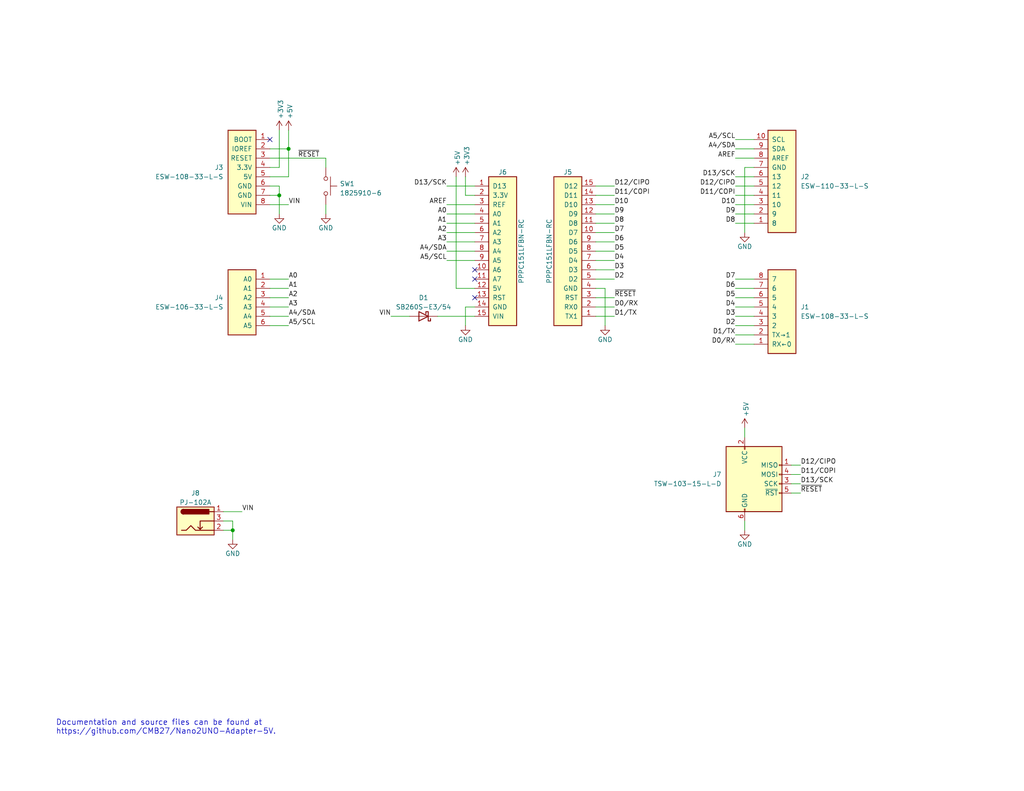
<source format=kicad_sch>
(kicad_sch (version 20230121) (generator eeschema)
  (paper "USLetter")
  (title_block (title "Nano2UNO Adapter 5V") (date "2023-12-30") (rev "0.0.1") (company "Designer: C. M. Bulliner") (comment 2 "OF MERCHANTABILITY, SATISFACTORY QUALITY AND FITNESS FOR A PARTICULAR PURPOSE.") (comment 3 "This document is distributed WITHOUT ANY EXPRESS OR IMPLIED WARRANTY, INCLUDING") (comment 4 "© 2023 C. M. Bulliner. Released under the CERN-OHL-P v2 license."))
  (lib_symbols
    (symbol "Project_Symbols:AVR-ISP-6" (pin_names (offset 1.016))
      (property "Reference" "J" (at -6.35 11.43 0))
      (property "Value" "AVR-ISP-6" (at 0 11.43 0))
      (symbol "AVR-ISP-6_0_1"
        (rectangle (start -2.667 -6.858) (end -2.413 -7.62))
        (rectangle (start -2.667 10.16) (end -2.413 9.398))
        (rectangle (start 7.62 -2.413) (end 6.858 -2.667))
        (rectangle (start 7.62 0.127) (end 6.858 -0.127))
        (rectangle (start 7.62 2.667) (end 6.858 2.413))
        (rectangle (start 7.62 5.207) (end 6.858 4.953))
        (rectangle (start 7.62 10.16) (end -7.62 -7.62) (stroke (width 0.254)) (fill (type background)))
      )
      (symbol "AVR-ISP-6_1_1"
        (pin passive line (at 10.16 5.08 180) (length 2.54) (name "MISO") (number "1"))
        (pin passive line (at -2.54 12.7 270) (length 2.54) (name "VCC") (number "2"))
        (pin passive line (at 10.16 0 180) (length 2.54) (name "SCK") (number "3"))
        (pin passive line (at 10.16 2.54 180) (length 2.54) (name "MOSI") (number "4"))
        (pin passive line (at 10.16 -2.54 180) (length 2.54) (name "~{RST}") (number "5"))
        (pin passive line (at -2.54 -10.16 90) (length 2.54) (name "GND") (number "6"))
      )
    )
    (symbol "Project_Symbols:Barrel_Jack_Switch" (pin_names hide)
      (property "Reference" "J" (at 0 5.334 0))
      (property "Value" "Barrel_Jack_Switch" (at 0 -5.08 0))
      (symbol "Barrel_Jack_Switch_0_1"
        (rectangle (start -5.08 3.81) (end 5.08 -3.81) (stroke (width 0.254)) (fill (type background)))
        (arc (start -3.302 3.175) (mid -3.9343 2.54) (end -3.302 1.905) (stroke (width 0.254)))
        (arc (start -3.302 3.175) (mid -3.9343 2.54) (end -3.302 1.905) (stroke (width 0.254)) (fill (type outline)))
        (polyline (pts (xy 1.27 -2.286) (xy 1.905 -1.651)) (stroke (width 0.254)))
        (polyline (pts (xy 5.08 2.54) (xy 3.81 2.54)) (stroke (width 0.254)))
        (polyline (pts (xy 5.08 0) (xy 1.27 0) (xy 1.27 -2.286) (xy 0.635 -1.651)) (stroke (width 0.254)))
        (polyline (pts (xy -3.81 -2.54) (xy -2.54 -2.54) (xy -1.27 -1.27) (xy 0 -2.54) (xy 2.54 -2.54) (xy 5.08 -2.54)) (stroke (width 0.254)))
        (rectangle (start 3.683 3.175) (end -3.302 1.905) (stroke (width 0.254)) (fill (type outline)))
      )
      (symbol "Barrel_Jack_Switch_1_1"
        (pin passive line (at 7.62 2.54 180) (length 2.54) (name "~") (number "1"))
        (pin passive line (at 7.62 -2.54 180) (length 2.54) (name "~") (number "2"))
        (pin passive line (at 7.62 0 180) (length 2.54) (name "~") (number "3"))
      )
    )
    (symbol "Project_Symbols:Conn_01x06_UNO_Analog" (pin_names (offset 1.016))
      (property "Reference" "J1" (at 7.62 0 0))
      (property "Value" "Conn_01x06_UNO_Analog" (at 7.62 -2.54 0))
      (symbol "Conn_01x06_UNO_Analog_1_1"
        (rectangle (start -1.27 7.62) (end 6.35 -10.16) (stroke (width 0.254)) (fill (type background)))
        (pin passive line (at -5.08 5.08 0) (length 3.81) (name "A0") (number "1"))
        (pin passive line (at -5.08 2.54 0) (length 3.81) (name "A1") (number "2"))
        (pin passive line (at -5.08 0 0) (length 3.81) (name "A2") (number "3"))
        (pin passive line (at -5.08 -2.54 0) (length 3.81) (name "A3") (number "4"))
        (pin passive line (at -5.08 -5.08 0) (length 3.81) (name "A4") (number "5"))
        (pin passive line (at -5.08 -7.62 0) (length 3.81) (name "A5") (number "6"))
      )
    )
    (symbol "Project_Symbols:Conn_01x08_UNO_Digital_1" (pin_names (offset 1.016))
      (property "Reference" "J3" (at 7.62 0 0))
      (property "Value" "Conn_01x08_UNO_Digital_1" (at 7.62 -2.54 0))
      (symbol "Conn_01x08_UNO_Digital_1_1_1"
        (rectangle (start -1.27 10.16) (end 6.35 -12.7) (stroke (width 0.254)) (fill (type background)))
        (pin passive line (at -5.08 7.62 0) (length 3.81) (name "RX←0") (number "1"))
        (pin passive line (at -5.08 5.08 0) (length 3.81) (name "TX→1") (number "2"))
        (pin passive line (at -5.08 2.54 0) (length 3.81) (name "2") (number "3"))
        (pin passive line (at -5.08 0 0) (length 3.81) (name "3") (number "4"))
        (pin passive line (at -5.08 -2.54 0) (length 3.81) (name "4") (number "5"))
        (pin passive line (at -5.08 -5.08 0) (length 3.81) (name "5") (number "6"))
        (pin passive line (at -5.08 -7.62 0) (length 3.81) (name "6") (number "7"))
        (pin passive line (at -5.08 -10.16 0) (length 3.81) (name "7") (number "8"))
      )
    )
    (symbol "Project_Symbols:Conn_01x08_UNO_Power" (pin_names (offset 1.016))
      (property "Reference" "J2" (at 7.62 0 0))
      (property "Value" "Conn_01x08_UNO_Power" (at 7.62 -2.54 0))
      (symbol "Conn_01x08_UNO_Power_1_1"
        (rectangle (start -1.27 10.16) (end 6.35 -12.7) (stroke (width 0.254)) (fill (type background)))
        (pin passive line (at -5.08 7.62 0) (length 3.81) (name "BOOT") (number "1"))
        (pin passive line (at -5.08 5.08 0) (length 3.81) (name "IOREF") (number "2"))
        (pin passive line (at -5.08 2.54 0) (length 3.81) (name "RESET") (number "3"))
        (pin passive line (at -5.08 0 0) (length 3.81) (name "3.3V") (number "4"))
        (pin passive line (at -5.08 -2.54 0) (length 3.81) (name "5V") (number "5"))
        (pin passive line (at -5.08 -5.08 0) (length 3.81) (name "GND") (number "6"))
        (pin passive line (at -5.08 -7.62 0) (length 3.81) (name "GND") (number "7"))
        (pin passive line (at -5.08 -10.16 0) (length 3.81) (name "VIN") (number "8"))
      )
    )
    (symbol "Project_Symbols:Conn_01x10_UNO_Digital_2" (pin_names (offset 1.016))
      (property "Reference" "J4" (at 7.62 0 0))
      (property "Value" "Conn_01x10_UNO_Digital_2" (at 7.62 -2.54 0))
      (symbol "Conn_01x10_UNO_Digital_2_1_1"
        (rectangle (start -1.27 12.7) (end 6.35 -15.24) (stroke (width 0.254)) (fill (type background)))
        (pin passive line (at -5.08 10.16 0) (length 3.81) (name "8") (number "1"))
        (pin passive line (at -5.08 -12.7 0) (length 3.81) (name "SCL") (number "10"))
        (pin passive line (at -5.08 7.62 0) (length 3.81) (name "9") (number "2"))
        (pin passive line (at -5.08 5.08 0) (length 3.81) (name "10") (number "3"))
        (pin passive line (at -5.08 2.54 0) (length 3.81) (name "11") (number "4"))
        (pin passive line (at -5.08 0 0) (length 3.81) (name "12") (number "5"))
        (pin passive line (at -5.08 -2.54 0) (length 3.81) (name "13") (number "6"))
        (pin passive line (at -5.08 -5.08 0) (length 3.81) (name "GND") (number "7"))
        (pin passive line (at -5.08 -7.62 0) (length 3.81) (name "AREF") (number "8"))
        (pin passive line (at -5.08 -10.16 0) (length 3.81) (name "SDA") (number "9"))
      )
    )
    (symbol "Project_Symbols:Conn_01x15_Nano_1" (pin_names (offset 1.016))
      (property "Reference" "J5" (at 2.54 21.59 0))
      (property "Value" "Conn_01x15_Nano_1" (at 7.62 0 90))
      (symbol "Conn_01x15_Nano_1_1_1"
        (rectangle (start -1.27 20.32) (end 6.35 -20.32) (stroke (width 0.254)) (fill (type background)))
        (pin passive line (at -5.08 17.78 0) (length 3.81) (name "TX1") (number "1"))
        (pin passive line (at -5.08 -5.08 0) (length 3.81) (name "D7") (number "10"))
        (pin passive line (at -5.08 -7.62 0) (length 3.81) (name "D8") (number "11"))
        (pin passive line (at -5.08 -10.16 0) (length 3.81) (name "D9") (number "12"))
        (pin passive line (at -5.08 -12.7 0) (length 3.81) (name "D10") (number "13"))
        (pin passive line (at -5.08 -15.24 0) (length 3.81) (name "D11") (number "14"))
        (pin passive line (at -5.08 -17.78 0) (length 3.81) (name "D12") (number "15"))
        (pin passive line (at -5.08 15.24 0) (length 3.81) (name "RX0") (number "2"))
        (pin passive line (at -5.08 12.7 0) (length 3.81) (name "RST") (number "3"))
        (pin passive line (at -5.08 10.16 0) (length 3.81) (name "GND") (number "4"))
        (pin passive line (at -5.08 7.62 0) (length 3.81) (name "D2") (number "5"))
        (pin passive line (at -5.08 5.08 0) (length 3.81) (name "D3") (number "6"))
        (pin passive line (at -5.08 2.54 0) (length 3.81) (name "D4") (number "7"))
        (pin passive line (at -5.08 0 0) (length 3.81) (name "D5") (number "8"))
        (pin passive line (at -5.08 -2.54 0) (length 3.81) (name "D6") (number "9"))
      )
    )
    (symbol "Project_Symbols:Conn_01x15_Nano_2" (pin_names (offset 1.016))
      (property "Reference" "J6" (at 2.54 21.59 0))
      (property "Value" "Conn_01x15_Nano_2" (at 7.62 0 90))
      (symbol "Conn_01x15_Nano_2_1_1"
        (rectangle (start -1.27 20.32) (end 6.35 -20.32) (stroke (width 0.254)) (fill (type background)))
        (pin passive line (at -5.08 17.78 0) (length 3.81) (name "D13") (number "1"))
        (pin passive line (at -5.08 -5.08 0) (length 3.81) (name "A6") (number "10"))
        (pin passive line (at -5.08 -7.62 0) (length 3.81) (name "A7") (number "11"))
        (pin passive line (at -5.08 -10.16 0) (length 3.81) (name "5V") (number "12"))
        (pin passive line (at -5.08 -12.7 0) (length 3.81) (name "RST") (number "13"))
        (pin passive line (at -5.08 -15.24 0) (length 3.81) (name "GND") (number "14"))
        (pin passive line (at -5.08 -17.78 0) (length 3.81) (name "VIN") (number "15"))
        (pin passive line (at -5.08 15.24 0) (length 3.81) (name "3.3V") (number "2"))
        (pin passive line (at -5.08 12.7 0) (length 3.81) (name "REF") (number "3"))
        (pin passive line (at -5.08 10.16 0) (length 3.81) (name "A0") (number "4"))
        (pin passive line (at -5.08 7.62 0) (length 3.81) (name "A1") (number "5"))
        (pin passive line (at -5.08 5.08 0) (length 3.81) (name "A2") (number "6"))
        (pin passive line (at -5.08 2.54 0) (length 3.81) (name "A3") (number "7"))
        (pin passive line (at -5.08 0 0) (length 3.81) (name "A4") (number "8"))
        (pin passive line (at -5.08 -2.54 0) (length 3.81) (name "A5") (number "9"))
      )
    )
    (symbol "Project_Symbols:D_Schottky" (pin_numbers hide) (pin_names (offset 1.016) hide)
      (property "Reference" "D" (at 0 2.54 0))
      (property "Value" "D_Schottky" (at 0 -2.54 0))
      (symbol "D_Schottky_0_1"
        (polyline (pts (xy 1.27 0) (xy -1.27 0)))
        (polyline (pts (xy 1.27 1.27) (xy 1.27 -1.27) (xy -1.27 0) (xy 1.27 1.27)) (stroke (width 0.254)))
        (polyline (pts (xy -1.905 0.635) (xy -1.905 1.27) (xy -1.27 1.27) (xy -1.27 -1.27) (xy -0.635 -1.27) (xy -0.635 -0.635)) (stroke (width 0.254)))
      )
      (symbol "D_Schottky_1_1"
        (pin passive line (at -3.81 0 0) (length 2.54) (name "K") (number "1"))
        (pin passive line (at 3.81 0 180) (length 2.54) (name "A") (number "2"))
      )
    )
    (symbol "Project_Symbols:SW_Push" (pin_numbers hide) (pin_names (offset 1.016) hide)
      (property "Reference" "SW" (at 1.27 2.54 0))
      (property "Value" "SW_Push" (at 0 -1.524 0))
      (symbol "SW_Push_0_1"
        (circle (center -2.032 0) (radius 0.508))
        (polyline (pts (xy 0 1.27) (xy 0 3.048)))
        (polyline (pts (xy 2.54 1.27) (xy -2.54 1.27)))
        (circle (center 2.032 0) (radius 0.508))
        (pin passive line (at -5.08 0 0) (length 2.54) (name "1") (number "1"))
        (pin passive line (at 5.08 0 180) (length 2.54) (name "2") (number "2"))
      )
    )
    (symbol "power:+3V3" (power) (pin_names (offset 0))
      (property "Value" "+3V3" (at 0 3.556 0))
      (symbol "+3V3_0_1"
        (polyline (pts (xy -0.762 1.27) (xy 0 2.54)))
        (polyline (pts (xy 0 0) (xy 0 2.54)))
        (polyline (pts (xy 0 2.54) (xy 0.762 1.27)))
      )
      (symbol "+3V3_1_1"
        (pin power_in line (at 0 0 90) (length 0) hide (name "+3V3") (number "1"))
      )
    )
    (symbol "power:+5V" (power) (pin_names (offset 0))
      (property "Value" "+5V" (at 0 3.556 0))
      (symbol "+5V_0_1"
        (polyline (pts (xy -0.762 1.27) (xy 0 2.54)))
        (polyline (pts (xy 0 0) (xy 0 2.54)))
        (polyline (pts (xy 0 2.54) (xy 0.762 1.27)))
      )
      (symbol "+5V_1_1"
        (pin power_in line (at 0 0 90) (length 0) hide (name "+5V") (number "1"))
      )
    )
    (symbol "power:GND" (power) (pin_names (offset 0))
      (property "Value" "GND" (at 0 -3.81 0))
      (symbol "GND_0_1"
        (polyline (pts (xy 0 0) (xy 0 -1.27) (xy 1.27 -1.27) (xy 0 -2.54) (xy -1.27 -1.27) (xy 0 -1.27)))
      )
      (symbol "GND_1_1"
        (pin power_in line (at 0 0 270) (length 0) hide (name "GND") (number "1"))
      )
    )
  )
  (junction (at 63.5 144.78))
  (junction (at 78.74 40.64))
  (junction (at 76.2 53.34))
  (no_connect (at 129.54 73.66))
  (no_connect (at 129.54 76.2))
  (no_connect (at 129.54 81.28))
  (no_connect (at 73.66 38.1))
  (wire (pts (xy 205.74 93.98) (xy 200.66 93.98)))
  (wire (pts (xy 78.74 40.64) (xy 78.74 48.26)))
  (wire (pts (xy 205.74 53.34) (xy 200.66 53.34)))
  (wire (pts (xy 73.66 40.64) (xy 78.74 40.64)))
  (wire (pts (xy 205.74 55.88) (xy 200.66 55.88)))
  (wire (pts (xy 167.64 73.66) (xy 162.56 73.66)))
  (wire (pts (xy 73.66 50.8) (xy 76.2 50.8)))
  (wire (pts (xy 129.54 71.12) (xy 121.92 71.12)))
  (wire (pts (xy 124.46 48.26) (xy 124.46 78.74)))
  (wire (pts (xy 124.46 78.74) (xy 129.54 78.74)))
  (wire (pts (xy 167.64 58.42) (xy 162.56 58.42)))
  (wire (pts (xy 205.74 78.74) (xy 200.66 78.74)))
  (wire (pts (xy 165.1 78.74) (xy 162.56 78.74)))
  (wire (pts (xy 73.66 43.18) (xy 88.9 43.18)))
  (wire (pts (xy 205.74 48.26) (xy 200.66 48.26)))
  (wire (pts (xy 215.9 129.54) (xy 218.44 129.54)))
  (wire (pts (xy 78.74 78.74) (xy 73.66 78.74)))
  (wire (pts (xy 167.64 63.5) (xy 162.56 63.5)))
  (wire (pts (xy 73.66 53.34) (xy 76.2 53.34)))
  (wire (pts (xy 165.1 78.74) (xy 165.1 88.9)))
  (wire (pts (xy 215.9 127) (xy 218.44 127)))
  (wire (pts (xy 119.38 86.36) (xy 129.54 86.36)))
  (wire (pts (xy 205.74 88.9) (xy 200.66 88.9)))
  (wire (pts (xy 78.74 83.82) (xy 73.66 83.82)))
  (wire (pts (xy 88.9 55.88) (xy 88.9 58.42)))
  (wire (pts (xy 78.74 88.9) (xy 73.66 88.9)))
  (wire (pts (xy 205.74 38.1) (xy 200.66 38.1)))
  (wire (pts (xy 167.64 55.88) (xy 162.56 55.88)))
  (wire (pts (xy 205.74 50.8) (xy 200.66 50.8)))
  (wire (pts (xy 167.64 76.2) (xy 162.56 76.2)))
  (wire (pts (xy 215.9 134.62) (xy 218.44 134.62)))
  (wire (pts (xy 60.96 144.78) (xy 63.5 144.78)))
  (wire (pts (xy 167.64 81.28) (xy 162.56 81.28)))
  (wire (pts (xy 167.64 83.82) (xy 162.56 83.82)))
  (wire (pts (xy 205.74 91.44) (xy 200.66 91.44)))
  (wire (pts (xy 127 48.26) (xy 127 53.34)))
  (wire (pts (xy 73.66 55.88) (xy 78.74 55.88)))
  (wire (pts (xy 63.5 144.78) (xy 63.5 147.32)))
  (wire (pts (xy 63.5 142.24) (xy 60.96 142.24)))
  (wire (pts (xy 127 83.82) (xy 129.54 83.82)))
  (wire (pts (xy 205.74 58.42) (xy 200.66 58.42)))
  (wire (pts (xy 129.54 68.58) (xy 121.92 68.58)))
  (wire (pts (xy 167.64 66.04) (xy 162.56 66.04)))
  (wire (pts (xy 78.74 86.36) (xy 73.66 86.36)))
  (wire (pts (xy 76.2 35.56) (xy 76.2 45.72)))
  (wire (pts (xy 167.64 86.36) (xy 162.56 86.36)))
  (wire (pts (xy 205.74 43.18) (xy 200.66 43.18)))
  (wire (pts (xy 205.74 81.28) (xy 200.66 81.28)))
  (wire (pts (xy 60.96 139.7) (xy 66.04 139.7)))
  (wire (pts (xy 127 53.34) (xy 129.54 53.34)))
  (wire (pts (xy 88.9 43.18) (xy 88.9 45.72)))
  (wire (pts (xy 167.64 71.12) (xy 162.56 71.12)))
  (wire (pts (xy 215.9 132.08) (xy 218.44 132.08)))
  (wire (pts (xy 76.2 53.34) (xy 76.2 58.42)))
  (wire (pts (xy 129.54 55.88) (xy 121.92 55.88)))
  (wire (pts (xy 205.74 40.64) (xy 200.66 40.64)))
  (wire (pts (xy 106.68 86.36) (xy 111.76 86.36)))
  (wire (pts (xy 203.2 45.72) (xy 203.2 63.5)))
  (wire (pts (xy 76.2 50.8) (xy 76.2 53.34)))
  (wire (pts (xy 205.74 83.82) (xy 200.66 83.82)))
  (wire (pts (xy 127 83.82) (xy 127 88.9)))
  (wire (pts (xy 129.54 60.96) (xy 121.92 60.96)))
  (wire (pts (xy 205.74 45.72) (xy 203.2 45.72)))
  (wire (pts (xy 121.92 50.8) (xy 129.54 50.8)))
  (wire (pts (xy 129.54 66.04) (xy 121.92 66.04)))
  (wire (pts (xy 76.2 45.72) (xy 73.66 45.72)))
  (wire (pts (xy 129.54 63.5) (xy 121.92 63.5)))
  (wire (pts (xy 167.64 50.8) (xy 162.56 50.8)))
  (wire (pts (xy 203.2 142.24) (xy 203.2 144.78)))
  (wire (pts (xy 167.64 53.34) (xy 162.56 53.34)))
  (wire (pts (xy 78.74 76.2) (xy 73.66 76.2)))
  (wire (pts (xy 63.5 142.24) (xy 63.5 144.78)))
  (wire (pts (xy 167.64 68.58) (xy 162.56 68.58)))
  (wire (pts (xy 78.74 35.56) (xy 78.74 40.64)))
  (wire (pts (xy 167.64 60.96) (xy 162.56 60.96)))
  (wire (pts (xy 129.54 58.42) (xy 121.92 58.42)))
  (wire (pts (xy 203.2 116.84) (xy 203.2 119.38)))
  (wire (pts (xy 78.74 48.26) (xy 73.66 48.26)))
  (wire (pts (xy 205.74 76.2) (xy 200.66 76.2)))
  (wire (pts (xy 78.74 81.28) (xy 73.66 81.28)))
  (wire (pts (xy 205.74 60.96) (xy 200.66 60.96)))
  (wire (pts (xy 205.74 86.36) (xy 200.66 86.36)))
  (text "Documentation and source files can be found at\nhttps://github.com/CMB27/Nano2UNO-Adapter-5V." (at 15.24 200.66 0) (effects (font (size 1.5 1.5)) (justify left bottom)))
  (label "D12{slash}CIPO" (at 167.64 50.8 0))
  (label "D13{slash}SCK" (at 121.92 50.8 180))
  (label "D0{slash}RX" (at 200.66 93.98 180))
  (label "A4{slash}SDA" (at 121.92 68.58 180))
  (label "D13{slash}SCK" (at 218.44 132.08 0))
  (label "A2" (at 78.74 81.28 0))
  (label "D1{slash}TX" (at 167.64 86.36 0))
  (label "D4" (at 200.66 83.82 180))
  (label "A5{slash}SCL" (at 121.92 71.12 180))
  (label "A3" (at 121.92 66.04 180))
  (label "D8" (at 167.64 60.96 0))
  (label "D2" (at 200.66 88.9 180))
  (label "D0{slash}RX" (at 167.64 83.82 0))
  (label "D2" (at 167.64 76.2 0))
  (label "A3" (at 78.74 83.82 0))
  (label "D13{slash}SCK" (at 200.66 48.26 180))
  (label "~{RESET}" (at 218.44 134.62 0))
  (label "D12{slash}CIPO" (at 200.66 50.8 180))
  (label "D12{slash}CIPO" (at 218.44 127 0))
  (label "D10" (at 200.66 55.88 180))
  (label "VIN" (at 78.74 55.88 0))
  (label "D11{slash}COPI" (at 218.44 129.54 0))
  (label "VIN" (at 106.68 86.36 180))
  (label "VIN" (at 66.04 139.7 0))
  (label "D5" (at 167.64 68.58 0))
  (label "A2" (at 121.92 63.5 180))
  (label "D7" (at 200.66 76.2 180))
  (label "A4{slash}SDA" (at 200.66 40.64 180))
  (label "D8" (at 200.66 60.96 180))
  (label "D3" (at 167.64 73.66 0))
  (label "D11{slash}COPI" (at 200.66 53.34 180))
  (label "D6" (at 167.64 66.04 0))
  (label "D3" (at 200.66 86.36 180))
  (label "A1" (at 78.74 78.74 0))
  (label "D1{slash}TX" (at 200.66 91.44 180))
  (label "D7" (at 167.64 63.5 0))
  (label "A0" (at 78.74 76.2 0))
  (label "AREF" (at 200.66 43.18 180))
  (label "D6" (at 200.66 78.74 180))
  (label "~{RESET}" (at 167.64 81.28 0))
  (label "D10" (at 167.64 55.88 0))
  (label "A5{slash}SCL" (at 200.66 38.1 180))
  (label "D9" (at 200.66 58.42 180))
  (label "A5{slash}SCL" (at 78.74 88.9 0))
  (label "D9" (at 167.64 58.42 0))
  (label "A0" (at 121.92 58.42 180))
  (label "D5" (at 200.66 81.28 180))
  (label "A1" (at 121.92 60.96 180))
  (label "AREF" (at 121.92 55.88 180))
  (label "D11{slash}COPI" (at 167.64 53.34 0))
  (label "~{RESET}" (at 81.28 43.18 0))
  (label "D4" (at 167.64 71.12 0))
  (label "A4{slash}SDA" (at 78.74 86.36 0))
  (symbol (lib_id "Project_Symbols:Conn_01x08_UNO_Power") (at 68.58 45.72 0) (mirror y) (unit 1)
    (property "Reference" "J3" (at 60.96 45.72 0) (effects (justify left)))
    (property "Value" "ESW-108-33-L-S" (at 60.96 48.26 0) (effects (justify left)))
    (property "Footprint" "Project_Footprints:PinSocket_1x08_P2.54mm_Vertical_UNO_Power" (effects hide))
    (property "Datasheet" "https://suddendocs.samtec.com/catalog_english/esq_th.pdf" (effects hide))
    (property "Description" "1x8 Socket Header" (effects hide))
    (property "Manufacturer" "Samtec" (effects hide))
    (property "Part Number" "ESW-108-33-L-S" (effects hide))
  )
  (symbol (lib_id "Project_Symbols:Conn_01x10_UNO_Digital_2") (at 210.82 50.8 0) (mirror x) (unit 1)
    (property "Reference" "J2" (at 218.44 48.26 0) (effects (justify left)))
    (property "Value" "ESW-110-33-L-S" (at 218.44 50.8 0) (effects (justify left)))
    (property "Footprint" "Project_Footprints:PinSocket_1x10_P2.54mm_Vertical_UNO_Digital_2" (effects hide))
    (property "Datasheet" "https://suddendocs.samtec.com/catalog_english/esq_th.pdf" (effects hide))
    (property "Description" "1x10 Socket Header" (effects hide))
    (property "Manufacturer" "Samtec" (effects hide))
    (property "Part Number" "ESW-110-33-L-S" (effects hide))
  )
  (symbol (lib_id "power:GND") (at 203.2 63.5 0) (mirror y) (unit 1)
    (property "Reference" "#PWR05" (effects hide))
    (property "Value" "GND" (at 203.2 67.31 0))
  )
  (symbol (lib_id "Project_Symbols:Conn_01x06_UNO_Analog") (at 68.58 81.28 0) (mirror y) (unit 1)
    (property "Reference" "J4" (at 60.96 81.28 0) (effects (justify left)))
    (property "Value" "ESW-106-33-L-S" (at 60.96 83.82 0) (effects (justify left)))
    (property "Footprint" "Project_Footprints:PinSocket_1x06_P2.54mm_Vertical_UNO_Analog" (effects hide))
    (property "Datasheet" "https://suddendocs.samtec.com/catalog_english/esq_th.pdf" (effects hide))
    (property "Description" "1x6 Socket Header" (effects hide))
    (property "Manufacturer" "Samtec" (effects hide))
    (property "Part Number" "ESW-106-33-L-S" (effects hide))
  )
  (symbol (lib_id "Project_Symbols:Conn_01x08_UNO_Digital_1") (at 210.82 86.36 0) (mirror x) (unit 1)
    (property "Reference" "J1" (at 218.44 83.82 0) (effects (justify left)))
    (property "Value" "ESW-108-33-L-S" (at 218.44 86.36 0) (effects (justify left)))
    (property "Footprint" "Project_Footprints:PinSocket_1x08_P2.54mm_Vertical_UNO_Digital_1" (effects hide))
    (property "Datasheet" "https://suddendocs.samtec.com/catalog_english/esq_th.pdf" (effects hide))
    (property "Description" "1x8 Socket Header" (effects hide))
    (property "Manufacturer" "Samtec" (effects hide))
    (property "Part Number" "ESW-108-33-L-S" (effects hide))
  )
  (symbol (lib_id "Project_Symbols:D_Schottky") (at 115.57 86.36 180) (unit 1)
    (property "Reference" "D1" (at 115.57 81.28 0))
    (property "Value" "SB260S-E3/54" (at 115.57 83.82 0))
    (property "Footprint" "Project_Footprints:D_DO-41_SOD81_P10.16mm_Horizontal" (effects hide))
    (property "Datasheet" "https://www.vishay.com/docs/88951/sb220s.pdf" (effects hide))
    (property "Description" "DO-41 Diode" (effects hide))
    (property "Manufacturer" "Vishay" (effects hide))
    (property "Part Number" "SB260S-E3/54" (effects hide))
  )
  (symbol (lib_id "Project_Symbols:AVR-ISP-6") (at 205.74 132.08 0) (unit 1)
    (property "Reference" "J7" (at 196.85 129.54 0) (effects (justify right)))
    (property "Value" "TSW-103-15-L-D" (at 196.85 132.08 0) (effects (justify right)))
    (property "Footprint" "Project_Footprints:PinHeader_2x03_P2.54mm_Vertical_UNO_ICSP" (effects hide))
    (property "Datasheet" "https://suddendocs.samtec.com/catalog_english/tsw_th.pdf" (effects hide))
    (property "Description" "2x3 Pin Header" (effects hide))
    (property "Manufacturer" "TSW/Samtec" (effects hide))
    (property "Part Number" "TSW-103-15-L-D" (effects hide))
  )
  (symbol (lib_id "power:GND") (at 76.2 58.42 0) (mirror y) (unit 1)
    (property "Reference" "#PWR02" (effects hide))
    (property "Value" "GND" (at 76.2 62.23 0))
  )
  (symbol (lib_id "power:+3V3") (at 127 48.26 0) (unit 1)
    (property "Reference" "#PWR01" (effects hide))
    (property "Value" "+3.3V" (at 127.381 45.212 90) (effects (justify left)))
  )
  (symbol (lib_id "power:GND") (at 127 88.9 0) (mirror y) (unit 1)
    (property "Reference" "#PWR06" (effects hide))
    (property "Value" "GND" (at 127 92.71 0))
  )
  (symbol (lib_id "power:+5V") (at 124.46 48.26 0) (unit 1)
    (property "Reference" "#PWR014" (effects hide))
    (property "Value" "+5V" (at 124.8156 45.212 90) (effects (justify left)))
  )
  (symbol (lib_id "power:GND") (at 203.2 144.78 0) (mirror y) (unit 1)
    (property "Reference" "#PWR07" (effects hide))
    (property "Value" "GND" (at 203.2 148.59 0))
  )
  (symbol (lib_id "Project_Symbols:Conn_01x15_Nano_2") (at 134.62 68.58 0) (unit 1)
    (property "Reference" "J6" (at 137.16 46.99 0))
    (property "Value" "PPPC151LFBN-RC" (at 142.24 68.58 90))
    (property "Footprint" "Project_Footprints:PinSocket_1x15_P2.54mm_Vertical_Nano_2" (effects hide))
    (property "Datasheet" "https://drawings-pdf.s3.amazonaws.com/10492.pdf" (effects hide))
    (property "Description" "1x15 Socket Header" (effects hide))
    (property "Manufacturer" "Sullins" (effects hide))
    (property "Part Number" "PPPC151LFBN-RC" (effects hide))
  )
  (symbol (lib_id "power:+5V") (at 78.74 35.56 0) (unit 1)
    (property "Reference" "#PWR03" (effects hide))
    (property "Value" "+5V" (at 79.0956 32.512 90) (effects (justify left)))
  )
  (symbol (lib_id "power:GND") (at 165.1 88.9 0) (mirror y) (unit 1)
    (property "Reference" "#PWR04" (effects hide))
    (property "Value" "GND" (at 165.1 92.71 0))
  )
  (symbol (lib_id "Project_Symbols:Conn_01x15_Nano_1") (at 157.48 68.58 180) (unit 1)
    (property "Reference" "J5" (at 154.94 46.99 0))
    (property "Value" "PPPC151LFBN-RC" (at 149.86 68.58 90))
    (property "Footprint" "Project_Footprints:PinSocket_1x15_P2.54mm_Vertical_Nano_1" (effects hide))
    (property "Datasheet" "https://drawings-pdf.s3.amazonaws.com/10492.pdf" (effects hide))
    (property "Description" "1x15 Socket Header" (effects hide))
    (property "Manufacturer" "Sullins" (effects hide))
    (property "Part Number" "PPPC151LFBN-RC" (effects hide))
  )
  (symbol (lib_id "power:+5V") (at 203.2 116.84 0) (unit 1)
    (property "Reference" "#PWR015" (effects hide))
    (property "Value" "+5V" (at 203.5556 113.792 90) (effects (justify left)))
  )
  (symbol (lib_id "Project_Symbols:SW_Push") (at 88.9 50.8 270) (mirror x) (unit 1)
    (property "Reference" "SW1" (at 92.71 50.165 90) (effects (justify left)))
    (property "Value" "1825910-6" (at 92.71 52.705 90) (effects (justify left)))
    (property "Footprint" "Project_Footprints:SW_PUSH_6mm_Reset" (effects hide))
    (property "Datasheet" "https://www.te.com/usa-en/product-1825910-6.datasheet.pdf" (effects hide))
    (property "Description" "6mm Pushbutton Switch" (effects hide))
    (property "Manufacturer" "TE" (effects hide))
    (property "Part Number" "1825910-6" (effects hide))
  )
  (symbol (lib_id "power:+3V3") (at 76.2 35.56 0) (unit 1)
    (property "Reference" "#PWR017" (effects hide))
    (property "Value" "+3.3V" (at 76.581 32.512 90) (effects (justify left)))
  )
  (symbol (lib_id "power:GND") (at 63.5 147.32 0) (mirror y) (unit 1)
    (property "Reference" "#PWR09" (effects hide))
    (property "Value" "GND" (at 63.5 151.13 0))
  )
  (symbol (lib_id "power:GND") (at 88.9 58.42 0) (mirror y) (unit 1)
    (property "Reference" "#PWR08" (effects hide))
    (property "Value" "GND" (at 88.9 62.23 0))
  )
  (symbol (lib_id "Project_Symbols:Barrel_Jack_Switch") (at 53.34 142.24 0) (unit 1)
    (property "Reference" "J8" (at 53.34 134.62 0))
    (property "Value" "PJ-102A" (at 53.34 137.16 0))
    (property "Footprint" "Project_Footprints:BarrelJack_CUI_PJ-102A_Horizontal" (effects hide))
    (property "Datasheet" "https://www.cuidevices.com/product/resource/pj-102a.pdf" (effects hide))
    (property "Description" "2.0mm ID, 5.5mm OD Barrel Jack" (effects hide))
    (property "Manufacturer" "CUI" (effects hide))
    (property "Part Number" "PJ-102A" (effects hide))
  )
)
</source>
